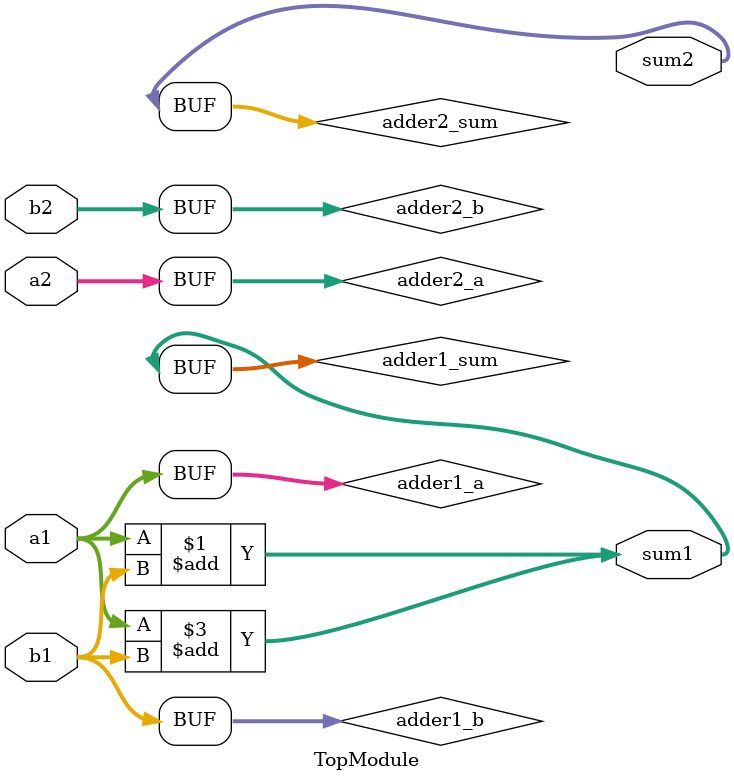
<source format=v>
module Adder #(
    parameter WIDTH = 8,  // Default bit width is 8 bits
    parameter SHIFT = 0   // Default shift amount is 0 bits
)(a,b,sum);
    input [WIDTH-1:0] a;
    input [WIDTH-1:0] b;     // Two inputs
    output [WIDTH-1+SHIFT:0] sum; // Output sum with shift

// Compute the sum of the inputs and apply shift
assign sum = (a + b) << SHIFT;

endmodule

// Top Level Module
module TopModule #(
    parameter adder1_WIDTH=8,
    parameter adder1_SHIFT=0,
    parameter adder2_WIDTH=16,
    parameter adder2_SHIFT=1)(a1, b1, a2, b2, sum1, sum2);
    input [7:0] a1, b1;         // Inputs for the first adder
    input [15:0] a2, b2;         // Inputs for the second adder
    output [7:0] sum1;           // Output for the first adder (no shift applied, acts as before)
    output [15+1:0] sum2;         // Output for the second adder with an extra bit to accommodate for shift



// Instantiate the first adder with a width of 8 bits and no shift
    wire[adder1_WIDTH-1:0] adder1_a;
    wire[adder1_WIDTH-1:0] adder1_b;
    wire[adder1_WIDTH-1+adder1_SHIFT:0] adder1_sum;
    wire[adder2_WIDTH-1:0] adder2_a;
    wire[adder2_WIDTH-1:0] adder2_b;
    wire[adder2_WIDTH-1+adder2_SHIFT:0] adder2_sum;

    assign  adder1_sum =( adder1_a + adder1_b )<< adder1_SHIFT ;
    

// Instantiate the second adder with a width of 16 bits and a shift of 1 bit

    assign  adder1_sum =( adder1_a + adder1_b )<< adder1_SHIFT ;
    assign adder1_a = a1;
    assign adder1_b = b1;
    assign sum1 = adder1_sum;
    assign adder2_a = a2;
    assign adder2_b = b2;
    assign sum2 = adder2_sum;
    

endmodule


</source>
